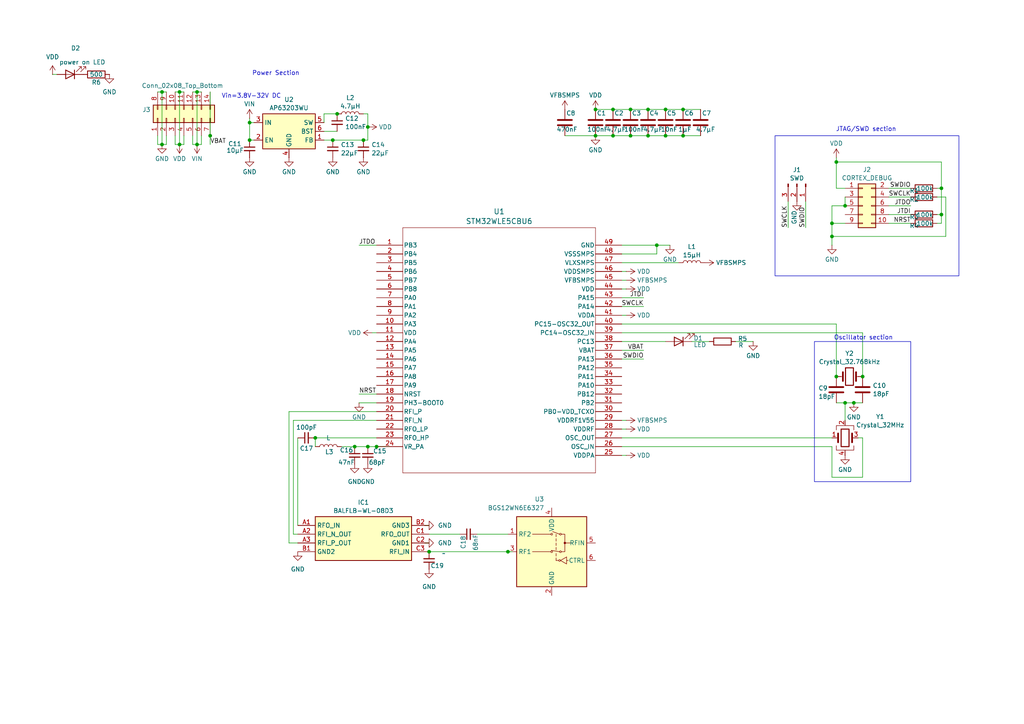
<source format=kicad_sch>
(kicad_sch (version 20231120) (generator "eeschema") (generator_version "8.0")
  (paper "A4")
  (lib_symbols
    (symbol "Connector:Conn_01x03_Pin" (pin_names (offset 1.016) hide)
      (property "Reference" "J" (at 0 5.08 0))
      (property "Value" "Conn_01x03_Pin" (at 0 -5.08 0))
      (symbol "Conn_01x03_Pin_1_1"
        (polyline (pts (xy 1.27 -2.54) (xy 0.8636 -2.54)) (stroke (width 0.1524)))
        (polyline (pts (xy 1.27 0) (xy 0.8636 0)) (stroke (width 0.1524)))
        (polyline (pts (xy 1.27 2.54) (xy 0.8636 2.54)) (stroke (width 0.1524)))
        (rectangle (start 0.8636 -2.413) (end 0 -2.667) (stroke (width 0.1524)) (fill (type outline)))
        (rectangle (start 0.8636 0.127) (end 0 -0.127) (stroke (width 0.1524)) (fill (type outline)))
        (rectangle (start 0.8636 2.667) (end 0 2.413) (stroke (width 0.1524)) (fill (type outline)))
        (pin passive line (at 5.08 2.54 180) (length 3.81) (name "Pin_1") (number "1"))
        (pin passive line (at 5.08 0 180) (length 3.81) (name "Pin_2") (number "2"))
        (pin passive line (at 5.08 -2.54 180) (length 3.81) (name "Pin_3") (number "3"))
      )
    )
    (symbol "Connector_Generic:Conn_02x05_Odd_Even" (pin_names (offset 1.016) hide)
      (property "Reference" "J" (at 1.27 7.62 0))
      (property "Value" "Conn_02x05_Odd_Even" (at 1.27 -7.62 0))
      (symbol "Conn_02x05_Odd_Even_1_1"
        (rectangle (start -1.27 -4.953) (end 0 -5.207) (stroke (width 0.1524)))
        (rectangle (start -1.27 -2.413) (end 0 -2.667) (stroke (width 0.1524)))
        (rectangle (start -1.27 0.127) (end 0 -0.127) (stroke (width 0.1524)))
        (rectangle (start -1.27 2.667) (end 0 2.413) (stroke (width 0.1524)))
        (rectangle (start -1.27 5.207) (end 0 4.953) (stroke (width 0.1524)))
        (rectangle (start -1.27 6.35) (end 3.81 -6.35) (stroke (width 0.254)) (fill (type background)))
        (rectangle (start 3.81 -4.953) (end 2.54 -5.207) (stroke (width 0.1524)))
        (rectangle (start 3.81 -2.413) (end 2.54 -2.667) (stroke (width 0.1524)))
        (rectangle (start 3.81 0.127) (end 2.54 -0.127) (stroke (width 0.1524)))
        (rectangle (start 3.81 2.667) (end 2.54 2.413) (stroke (width 0.1524)))
        (rectangle (start 3.81 5.207) (end 2.54 4.953) (stroke (width 0.1524)))
        (pin passive line (at -5.08 5.08 0) (length 3.81) (name "Pin_1") (number "1"))
        (pin passive line (at 7.62 -5.08 180) (length 3.81) (name "Pin_10") (number "10"))
        (pin passive line (at 7.62 5.08 180) (length 3.81) (name "Pin_2") (number "2"))
        (pin passive line (at -5.08 2.54 0) (length 3.81) (name "Pin_3") (number "3"))
        (pin passive line (at 7.62 2.54 180) (length 3.81) (name "Pin_4") (number "4"))
        (pin passive line (at -5.08 0 0) (length 3.81) (name "Pin_5") (number "5"))
        (pin passive line (at 7.62 0 180) (length 3.81) (name "Pin_6") (number "6"))
        (pin passive line (at -5.08 -2.54 0) (length 3.81) (name "Pin_7") (number "7"))
        (pin passive line (at 7.62 -2.54 180) (length 3.81) (name "Pin_8") (number "8"))
        (pin passive line (at -5.08 -5.08 0) (length 3.81) (name "Pin_9") (number "9"))
      )
    )
    (symbol "Connector_Generic:Conn_02x07_Top_Bottom" (pin_names (offset 1.016) hide)
      (property "Reference" "J" (at 1.27 10.16 0))
      (property "Value" "Conn_02x07_Top_Bottom" (at 1.27 -10.16 0))
      (symbol "Conn_02x07_Top_Bottom_1_1"
        (rectangle (start -1.27 -7.493) (end 0 -7.747) (stroke (width 0.1524)))
        (rectangle (start -1.27 -4.953) (end 0 -5.207) (stroke (width 0.1524)))
        (rectangle (start -1.27 -2.413) (end 0 -2.667) (stroke (width 0.1524)))
        (rectangle (start -1.27 0.127) (end 0 -0.127) (stroke (width 0.1524)))
        (rectangle (start -1.27 2.667) (end 0 2.413) (stroke (width 0.1524)))
        (rectangle (start -1.27 5.207) (end 0 4.953) (stroke (width 0.1524)))
        (rectangle (start -1.27 7.747) (end 0 7.493) (stroke (width 0.1524)))
        (rectangle (start -1.27 8.89) (end 3.81 -8.89) (stroke (width 0.254)) (fill (type background)))
        (rectangle (start 3.81 -7.493) (end 2.54 -7.747) (stroke (width 0.1524)))
        (rectangle (start 3.81 -4.953) (end 2.54 -5.207) (stroke (width 0.1524)))
        (rectangle (start 3.81 -2.413) (end 2.54 -2.667) (stroke (width 0.1524)))
        (rectangle (start 3.81 0.127) (end 2.54 -0.127) (stroke (width 0.1524)))
        (rectangle (start 3.81 2.667) (end 2.54 2.413) (stroke (width 0.1524)))
        (rectangle (start 3.81 5.207) (end 2.54 4.953) (stroke (width 0.1524)))
        (rectangle (start 3.81 7.747) (end 2.54 7.493) (stroke (width 0.1524)))
        (pin passive line (at -5.08 7.62 0) (length 3.81) (name "Pin_1") (number "1"))
        (pin passive line (at 7.62 2.54 180) (length 3.81) (name "Pin_10") (number "10"))
        (pin passive line (at 7.62 0 180) (length 3.81) (name "Pin_11") (number "11"))
        (pin passive line (at 7.62 -2.54 180) (length 3.81) (name "Pin_12") (number "12"))
        (pin passive line (at 7.62 -5.08 180) (length 3.81) (name "Pin_13") (number "13"))
        (pin passive line (at 7.62 -7.62 180) (length 3.81) (name "Pin_14") (number "14"))
        (pin passive line (at -5.08 5.08 0) (length 3.81) (name "Pin_2") (number "2"))
        (pin passive line (at -5.08 2.54 0) (length 3.81) (name "Pin_3") (number "3"))
        (pin passive line (at -5.08 0 0) (length 3.81) (name "Pin_4") (number "4"))
        (pin passive line (at -5.08 -2.54 0) (length 3.81) (name "Pin_5") (number "5"))
        (pin passive line (at -5.08 -5.08 0) (length 3.81) (name "Pin_6") (number "6"))
        (pin passive line (at -5.08 -7.62 0) (length 3.81) (name "Pin_7") (number "7"))
        (pin passive line (at 7.62 7.62 180) (length 3.81) (name "Pin_8") (number "8"))
        (pin passive line (at 7.62 5.08 180) (length 3.81) (name "Pin_9") (number "9"))
      )
    )
    (symbol "Device:C" (pin_numbers hide) (pin_names (offset 0.254))
      (property "Reference" "C" (at 0.635 2.54 0))
      (property "Value" "C" (at 0.635 -2.54 0))
      (symbol "C_0_1"
        (polyline (pts (xy -2.032 -0.762) (xy 2.032 -0.762)) (stroke (width 0.508)))
        (polyline (pts (xy -2.032 0.762) (xy 2.032 0.762)) (stroke (width 0.508)))
      )
      (symbol "C_1_1"
        (pin passive line (at 0 3.81 270) (length 2.794) (name "~") (number "1"))
        (pin passive line (at 0 -3.81 90) (length 2.794) (name "~") (number "2"))
      )
    )
    (symbol "Device:C_Small" (pin_numbers hide) (pin_names (offset 0.254) hide)
      (property "Reference" "C" (at 0.254 1.778 0))
      (property "Value" "C_Small" (at 0.254 -2.032 0))
      (symbol "C_Small_0_1"
        (polyline (pts (xy -1.524 -0.508) (xy 1.524 -0.508)) (stroke (width 0.3302)))
        (polyline (pts (xy -1.524 0.508) (xy 1.524 0.508)) (stroke (width 0.3048)))
      )
      (symbol "C_Small_1_1"
        (pin passive line (at 0 2.54 270) (length 2.032) (name "~") (number "1"))
        (pin passive line (at 0 -2.54 90) (length 2.032) (name "~") (number "2"))
      )
    )
    (symbol "Device:Crystal" (pin_numbers hide) (pin_names (offset 1.016) hide)
      (property "Reference" "Y" (at 0 3.81 0))
      (property "Value" "Crystal" (at 0 -3.81 0))
      (symbol "Crystal_0_1"
        (rectangle (start -1.143 2.54) (end 1.143 -2.54) (stroke (width 0.3048)))
        (polyline (pts (xy -2.54 0) (xy -1.905 0)))
        (polyline (pts (xy -1.905 -1.27) (xy -1.905 1.27)) (stroke (width 0.508)))
        (polyline (pts (xy 1.905 -1.27) (xy 1.905 1.27)) (stroke (width 0.508)))
        (polyline (pts (xy 2.54 0) (xy 1.905 0)))
      )
      (symbol "Crystal_1_1"
        (pin passive line (at -3.81 0 0) (length 1.27) (name "1") (number "1"))
        (pin passive line (at 3.81 0 180) (length 1.27) (name "2") (number "2"))
      )
    )
    (symbol "Device:Crystal_GND24" (pin_names (offset 1.016) hide)
      (property "Reference" "Y" (at 3.175 5.08 0))
      (property "Value" "Crystal_GND24" (at 3.175 3.175 0))
      (symbol "Crystal_GND24_0_1"
        (rectangle (start -1.143 2.54) (end 1.143 -2.54) (stroke (width 0.3048)))
        (polyline (pts (xy -2.54 0) (xy -2.032 0)))
        (polyline (pts (xy -2.032 -1.27) (xy -2.032 1.27)) (stroke (width 0.508)))
        (polyline (pts (xy 0 -3.81) (xy 0 -3.556)))
        (polyline (pts (xy 0 3.556) (xy 0 3.81)))
        (polyline (pts (xy 2.032 -1.27) (xy 2.032 1.27)) (stroke (width 0.508)))
        (polyline (pts (xy 2.032 0) (xy 2.54 0)))
        (polyline (pts (xy -2.54 -2.286) (xy -2.54 -3.556) (xy 2.54 -3.556) (xy 2.54 -2.286)))
        (polyline (pts (xy -2.54 2.286) (xy -2.54 3.556) (xy 2.54 3.556) (xy 2.54 2.286)))
      )
      (symbol "Crystal_GND24_1_1"
        (pin passive line (at -3.81 0 0) (length 1.27) (name "1") (number "1"))
        (pin passive line (at 0 5.08 270) (length 1.27) (name "2") (number "2"))
        (pin passive line (at 3.81 0 180) (length 1.27) (name "3") (number "3"))
        (pin passive line (at 0 -5.08 90) (length 1.27) (name "4") (number "4"))
      )
    )
    (symbol "Device:L" (pin_numbers hide) (pin_names (offset 1.016) hide)
      (property "Reference" "L" (at -1.27 0 90))
      (property "Value" "L" (at 1.905 0 90))
      (symbol "L_0_1"
        (arc (start 0 -2.54) (mid 0.6323 -1.905) (end 0 -1.27))
        (arc (start 0 -1.27) (mid 0.6323 -0.635) (end 0 0))
        (arc (start 0 0) (mid 0.6323 0.635) (end 0 1.27))
        (arc (start 0 1.27) (mid 0.6323 1.905) (end 0 2.54))
      )
      (symbol "L_1_1"
        (pin passive line (at 0 3.81 270) (length 1.27) (name "1") (number "1"))
        (pin passive line (at 0 -3.81 90) (length 1.27) (name "2") (number "2"))
      )
    )
    (symbol "Device:LED" (pin_numbers hide) (pin_names (offset 1.016) hide)
      (property "Reference" "D" (at 0 2.54 0))
      (property "Value" "LED" (at 0 -2.54 0))
      (symbol "LED_0_1"
        (polyline (pts (xy -1.27 -1.27) (xy -1.27 1.27)) (stroke (width 0.254)))
        (polyline (pts (xy -1.27 0) (xy 1.27 0)))
        (polyline (pts (xy 1.27 -1.27) (xy 1.27 1.27) (xy -1.27 0) (xy 1.27 -1.27)) (stroke (width 0.254)))
        (polyline (pts (xy -3.048 -0.762) (xy -4.572 -2.286) (xy -3.81 -2.286) (xy -4.572 -2.286) (xy -4.572 -1.524)))
        (polyline (pts (xy -1.778 -0.762) (xy -3.302 -2.286) (xy -2.54 -2.286) (xy -3.302 -2.286) (xy -3.302 -1.524)))
      )
      (symbol "LED_1_1"
        (pin passive line (at -3.81 0 0) (length 2.54) (name "K") (number "1"))
        (pin passive line (at 3.81 0 180) (length 2.54) (name "A") (number "2"))
      )
    )
    (symbol "Device:R" (pin_numbers hide) (pin_names (offset 0))
      (property "Reference" "R" (at 2.032 0 90))
      (property "Value" "R" (at 0 0 90))
      (symbol "R_0_1"
        (rectangle (start -1.016 -2.54) (end 1.016 2.54) (stroke (width 0.254)))
      )
      (symbol "R_1_1"
        (pin passive line (at 0 3.81 270) (length 1.27) (name "~") (number "1"))
        (pin passive line (at 0 -3.81 90) (length 1.27) (name "~") (number "2"))
      )
    )
    (symbol "Project_library:BALFLB-WL-08D3"
      (property "Reference" "IC" (at 34.29 7.62 0))
      (property "Value" "BALFLB-WL-08D3" (at 34.29 5.08 0))
      (symbol "BALFLB-WL-08D3_1_1"
        (rectangle (start 5.08 2.54) (end 33.02 -10.16) (stroke (width 0.254)) (fill (type background)))
        (pin passive line (at 0 0 0) (length 5.08) (name "RFO_IN") (number "A1"))
        (pin passive line (at 0 -2.54 0) (length 5.08) (name "RFI_N_OUT") (number "A2"))
        (pin passive line (at 0 -5.08 0) (length 5.08) (name "RFI_P_OUT") (number "A3"))
        (pin passive line (at 0 -7.62 0) (length 5.08) (name "GND2") (number "B1"))
        (pin passive line (at 38.1 0 180) (length 5.08) (name "GND3") (number "B2"))
        (pin passive line (at 38.1 -2.54 180) (length 5.08) (name "RFO_OUT") (number "C1"))
        (pin passive line (at 38.1 -5.08 180) (length 5.08) (name "GND1") (number "C2"))
        (pin passive line (at 38.1 -7.62 180) (length 5.08) (name "RFI_IN") (number "C3"))
      )
    )
    (symbol "Project_library:STM32WLE5CBU6" (pin_names (offset 0.254))
      (property "Reference" "U" (at 35.56 10.16 0))
      (property "Value" "STM32WLE5CBU6" (at 35.56 7.62 0))
      (symbol "STM32WLE5CBU6_0_1"
        (polyline (pts (xy 7.62 -66.04) (xy 63.5 -66.04)) (stroke (width 0.127)))
        (polyline (pts (xy 7.62 5.08) (xy 7.62 -66.04)) (stroke (width 0.127)))
        (polyline (pts (xy 63.5 -66.04) (xy 63.5 5.08)) (stroke (width 0.127)))
        (polyline (pts (xy 63.5 5.08) (xy 7.62 5.08)) (stroke (width 0.127)))
        (pin bidirectional line (at 0 0 0) (length 7.62) (name "PB3") (number "1"))
        (pin bidirectional line (at 0 -22.86 0) (length 7.62) (name "PA3") (number "10"))
        (pin power_in line (at 0 -25.4 0) (length 7.62) (name "VDD") (number "11"))
        (pin bidirectional line (at 0 -27.94 0) (length 7.62) (name "PA4") (number "12"))
        (pin bidirectional line (at 0 -30.48 0) (length 7.62) (name "PA5") (number "13"))
        (pin bidirectional line (at 0 -33.02 0) (length 7.62) (name "PA6") (number "14"))
        (pin bidirectional line (at 0 -35.56 0) (length 7.62) (name "PA7") (number "15"))
        (pin bidirectional line (at 0 -38.1 0) (length 7.62) (name "PA8") (number "16"))
        (pin bidirectional line (at 0 -40.64 0) (length 7.62) (name "PA9") (number "17"))
        (pin bidirectional line (at 0 -43.18 0) (length 7.62) (name "NRST") (number "18"))
        (pin bidirectional line (at 0 -45.72 0) (length 7.62) (name "PH3-BOOT0") (number "19"))
        (pin bidirectional line (at 0 -2.54 0) (length 7.62) (name "PB4") (number "2"))
        (pin input line (at 0 -48.26 0) (length 7.62) (name "RFI_P") (number "20"))
        (pin input line (at 0 -50.8 0) (length 7.62) (name "RFI_N") (number "21"))
        (pin output line (at 0 -53.34 0) (length 7.62) (name "RFO_LP") (number "22"))
        (pin output line (at 0 -55.88 0) (length 7.62) (name "RFO_HP") (number "23"))
        (pin power_in line (at 0 -58.42 0) (length 7.62) (name "VR_PA") (number "24"))
        (pin power_in line (at 71.12 -60.96 180) (length 7.62) (name "VDDPA") (number "25"))
        (pin input line (at 71.12 -58.42 180) (length 7.62) (name "OSC_IN") (number "26"))
        (pin output line (at 71.12 -55.88 180) (length 7.62) (name "OSC_OUT") (number "27"))
        (pin power_in line (at 71.12 -53.34 180) (length 7.62) (name "VDDRF") (number "28"))
        (pin power_in line (at 71.12 -50.8 180) (length 7.62) (name "VDDRF1V55") (number "29"))
        (pin bidirectional line (at 0 -5.08 0) (length 7.62) (name "PB5") (number "3"))
        (pin power_in line (at 71.12 -48.26 180) (length 7.62) (name "PB0-VDD_TCXO") (number "30"))
        (pin bidirectional line (at 71.12 -45.72 180) (length 7.62) (name "PB2") (number "31"))
        (pin bidirectional line (at 71.12 -43.18 180) (length 7.62) (name "PB12") (number "32"))
        (pin bidirectional line (at 71.12 -40.64 180) (length 7.62) (name "PA10") (number "33"))
        (pin bidirectional line (at 71.12 -38.1 180) (length 7.62) (name "PA11") (number "34"))
        (pin bidirectional line (at 71.12 -35.56 180) (length 7.62) (name "PA12") (number "35"))
        (pin bidirectional line (at 71.12 -33.02 180) (length 7.62) (name "PA13") (number "36"))
        (pin power_in line (at 71.12 -30.48 180) (length 7.62) (name "VBAT") (number "37"))
        (pin bidirectional line (at 71.12 -27.94 180) (length 7.62) (name "PC13") (number "38"))
        (pin bidirectional line (at 71.12 -25.4 180) (length 7.62) (name "PC14-OSC32_IN") (number "39"))
        (pin bidirectional line (at 0 -7.62 0) (length 7.62) (name "PB6") (number "4"))
        (pin bidirectional line (at 71.12 -22.86 180) (length 7.62) (name "PC15-OSC32_OUT") (number "40"))
        (pin power_in line (at 71.12 -20.32 180) (length 7.62) (name "VDDA") (number "41"))
        (pin bidirectional line (at 71.12 -17.78 180) (length 7.62) (name "PA14") (number "42"))
        (pin bidirectional line (at 71.12 -15.24 180) (length 7.62) (name "PA15") (number "43"))
        (pin power_in line (at 71.12 -12.7 180) (length 7.62) (name "VDD") (number "44"))
        (pin power_in line (at 71.12 -10.16 180) (length 7.62) (name "VFBSMPS") (number "45"))
        (pin power_in line (at 71.12 -7.62 180) (length 7.62) (name "VDDSMPS") (number "46"))
        (pin power_in line (at 71.12 -5.08 180) (length 7.62) (name "VLXSMPS") (number "47"))
        (pin power_out line (at 71.12 -2.54 180) (length 7.62) (name "VSSSMPS") (number "48"))
        (pin power_out line (at 71.12 0 180) (length 7.62) (name "GND") (number "49"))
        (pin bidirectional line (at 0 -10.16 0) (length 7.62) (name "PB7") (number "5"))
        (pin bidirectional line (at 0 -12.7 0) (length 7.62) (name "PB8") (number "6"))
        (pin bidirectional line (at 0 -15.24 0) (length 7.62) (name "PA0") (number "7"))
        (pin bidirectional line (at 0 -17.78 0) (length 7.62) (name "PA1") (number "8"))
        (pin bidirectional line (at 0 -20.32 0) (length 7.62) (name "PA2") (number "9"))
      )
    )
    (symbol "RF_Switch:BGS12WN6E6327"
      (property "Reference" "U" (at -10.16 11.43 0))
      (property "Value" "BGS12WN6E6327" (at 1.27 11.43 0))
      (symbol "BGS12WN6E6327_0_0"
        (rectangle (start -10.16 10.16) (end 10.16 -10.16) (stroke (width 0.254)) (fill (type background)))
        (circle (center -3.81 2.54) (radius 0.254) (fill (type outline)))
        (circle (center -2.286 -2.54) (radius 0.254))
        (polyline (pts (xy -4.318 -2.54) (xy -4.826 -2.54)))
        (polyline (pts (xy -3.81 2.54) (xy -5.588 2.54)))
        (polyline (pts (xy -1.27 -2.54) (xy -2.032 -2.54)))
        (polyline (pts (xy -1.27 -2.54) (xy -1.27 -1.778)))
        (polyline (pts (xy -1.27 -1.27) (xy -1.27 -0.508)))
        (polyline (pts (xy -1.27 1.27) (xy -1.27 0.508)))
        (polyline (pts (xy -1.27 2.54) (xy -1.27 1.778)))
        (polyline (pts (xy -1.27 3.81) (xy -1.27 3.048)))
        (polyline (pts (xy -1.27 5.08) (xy -1.27 4.318)))
        (polyline (pts (xy 0.254 0) (xy 5.588 0)))
        (polyline (pts (xy 0.254 5.08) (xy 5.588 5.08)))
        (polyline (pts (xy -4.318 -1.524) (xy -4.318 -3.556) (xy -2.54 -2.54) (xy -4.318 -1.524)))
        (polyline (pts (xy -2.794 0) (xy -3.81 0) (xy -3.81 5.08) (xy -2.794 5.08)))
      )
      (symbol "BGS12WN6E6327_0_1"
        (circle (center -2.54 0) (radius 0.254))
        (circle (center -2.54 5.08) (radius 0.254))
        (polyline (pts (xy -2.286 0) (xy 0.127 0.381)))
        (polyline (pts (xy -2.286 5.08) (xy -0.254 5.842)))
        (circle (center 0 0) (radius 0.254))
        (circle (center 0 5.08) (radius 0.254))
      )
      (symbol "BGS12WN6E6327_1_1"
        (pin passive line (at 12.7 5.08 180) (length 2.54) (name "RF2") (number "1"))
        (pin power_in line (at 0 -12.7 90) (length 2.54) (name "GND") (number "2"))
        (pin passive line (at 12.7 0 180) (length 2.54) (name "RF1") (number "3"))
        (pin power_in line (at 0 12.7 270) (length 2.54) (name "VDD") (number "4"))
        (pin passive line (at -12.7 2.54 0) (length 2.54) (name "RFIN") (number "5"))
        (pin input line (at -12.7 -2.54 0) (length 2.54) (name "CTRL") (number "6"))
      )
    )
    (symbol "Regulator_Switching:AP63203WU"
      (property "Reference" "U" (at -7.62 6.35 0))
      (property "Value" "AP63203WU" (at 2.54 6.35 0))
      (symbol "AP63203WU_0_1"
        (rectangle (start -7.62 5.08) (end 7.62 -5.08) (stroke (width 0.254)) (fill (type background)))
      )
      (symbol "AP63203WU_1_1"
        (pin input line (at 10.16 -2.54 180) (length 2.54) (name "FB") (number "1"))
        (pin input line (at -10.16 -2.54 0) (length 2.54) (name "EN") (number "2"))
        (pin power_in line (at -10.16 2.54 0) (length 2.54) (name "IN") (number "3"))
        (pin power_in line (at 0 -7.62 90) (length 2.54) (name "GND") (number "4"))
        (pin output line (at 10.16 2.54 180) (length 2.54) (name "SW") (number "5"))
        (pin passive line (at 10.16 0 180) (length 2.54) (name "BST") (number "6"))
      )
    )
    (symbol "power:+1V5" (power) (pin_numbers hide) (pin_names (offset 0) hide)
      (property "Value" "+1V5" (at 0 3.556 0))
      (symbol "+1V5_0_1"
        (polyline (pts (xy -0.762 1.27) (xy 0 2.54)))
        (polyline (pts (xy 0 0) (xy 0 2.54)))
        (polyline (pts (xy 0 2.54) (xy 0.762 1.27)))
      )
      (symbol "+1V5_1_1"
        (pin power_in line (at 0 0 90) (length 0) (name "~") (number "1"))
      )
    )
    (symbol "power:+5V" (power) (pin_numbers hide) (pin_names (offset 0) hide)
      (property "Value" "+5V" (at 0 3.556 0))
      (symbol "+5V_0_1"
        (polyline (pts (xy -0.762 1.27) (xy 0 2.54)))
        (polyline (pts (xy 0 0) (xy 0 2.54)))
        (polyline (pts (xy 0 2.54) (xy 0.762 1.27)))
      )
      (symbol "+5V_1_1"
        (pin power_in line (at 0 0 90) (length 0) (name "~") (number "1"))
      )
    )
    (symbol "power:GND" (power) (pin_numbers hide) (pin_names (offset 0) hide)
      (property "Value" "GND" (at 0 -3.81 0))
      (symbol "GND_0_1"
        (polyline (pts (xy 0 0) (xy 0 -1.27) (xy 1.27 -1.27) (xy 0 -2.54) (xy -1.27 -1.27) (xy 0 -1.27)))
      )
      (symbol "GND_1_1"
        (pin power_in line (at 0 0 270) (length 0) (name "~") (number "1"))
      )
    )
    (symbol "power:VDD" (power) (pin_numbers hide) (pin_names (offset 0) hide)
      (property "Value" "VDD" (at 0 3.556 0))
      (symbol "VDD_0_1"
        (polyline (pts (xy -0.762 1.27) (xy 0 2.54)))
        (polyline (pts (xy 0 0) (xy 0 2.54)))
        (polyline (pts (xy 0 2.54) (xy 0.762 1.27)))
      )
      (symbol "VDD_1_1"
        (pin power_in line (at 0 0 90) (length 0) (name "~") (number "1"))
      )
    )
  )
  (junction (at 250.19 109.22))
  (junction (at 106.68 36.83))
  (junction (at 105.41 40.64))
  (junction (at 193.04 39.37))
  (junction (at 52.07 26.67))
  (junction (at 187.96 31.75))
  (junction (at 109.22 129.54))
  (junction (at 241.3 68.58))
  (junction (at 242.57 109.22))
  (junction (at 97.79 33.02))
  (junction (at 172.72 39.37))
  (junction (at 46.99 41.91))
  (junction (at 124.46 160.02))
  (junction (at 190.5 71.12))
  (junction (at 60.96 39.37))
  (junction (at 187.96 39.37))
  (junction (at 96.52 40.64))
  (junction (at 245.11 116.84))
  (junction (at 52.07 41.91))
  (junction (at 273.05 54.61))
  (junction (at 172.72 31.75))
  (junction (at 198.12 31.75))
  (junction (at 57.15 26.67))
  (junction (at 46.99 26.67))
  (junction (at 91.44 127))
  (junction (at 177.8 39.37))
  (junction (at 182.88 31.75))
  (junction (at 72.39 40.64))
  (junction (at 245.11 59.69))
  (junction (at 193.04 31.75))
  (junction (at 242.57 46.99))
  (junction (at 106.68 129.54))
  (junction (at 198.12 39.37))
  (junction (at 57.15 41.91))
  (junction (at 247.65 116.84))
  (junction (at 72.39 35.56))
  (junction (at 177.8 31.75))
  (junction (at 147.32 160.02))
  (junction (at 102.87 129.54))
  (junction (at 273.05 62.23))
  (junction (at 182.88 39.37))
  (junction (at 241.3 64.77))
  (wire (pts (xy 172.72 39.37) (xy 177.8 39.37)))
  (wire (pts (xy 104.14 116.84) (xy 109.22 116.84)))
  (wire (pts (xy 180.34 127) (xy 241.3 127)))
  (wire (pts (xy 93.98 40.64) (xy 96.52 40.64)))
  (wire (pts (xy 180.34 124.46) (xy 181.61 124.46)))
  (wire (pts (xy 106.68 33.02) (xy 105.41 33.02)))
  (wire (pts (xy 50.8 39.37) (xy 50.8 41.91)))
  (wire (pts (xy 52.07 26.67) (xy 53.34 26.67)))
  (wire (pts (xy 124.46 157.48) (xy 123.19 157.48)))
  (wire (pts (xy 106.68 129.54) (xy 109.22 129.54)))
  (wire (pts (xy 180.34 73.66) (xy 190.5 73.66)))
  (wire (pts (xy 180.34 78.74) (xy 181.61 78.74)))
  (wire (pts (xy 93.98 33.02) (xy 97.79 33.02)))
  (wire (pts (xy 177.8 39.37) (xy 182.88 39.37)))
  (wire (pts (xy 180.34 99.06) (xy 193.04 99.06)))
  (wire (pts (xy 242.57 46.99) (xy 242.57 54.61)))
  (wire (pts (xy 233.68 58.42) (xy 233.68 66.04)))
  (wire (pts (xy 180.34 96.52) (xy 250.19 96.52)))
  (wire (pts (xy 242.57 46.99) (xy 273.05 46.99)))
  (wire (pts (xy 241.3 138.43) (xy 250.19 138.43)))
  (wire (pts (xy 271.78 64.77) (xy 273.05 64.77)))
  (wire (pts (xy 213.36 99.06) (xy 218.44 99.06)))
  (wire (pts (xy 138.43 154.94) (xy 147.32 154.94)))
  (wire (pts (xy 93.98 35.56) (xy 93.98 33.02)))
  (wire (pts (xy 273.05 62.23) (xy 273.05 64.77)))
  (wire (pts (xy 58.42 41.91) (xy 57.15 41.91)))
  (wire (pts (xy 55.88 41.91) (xy 57.15 41.91)))
  (wire (pts (xy 45.72 39.37) (xy 45.72 41.91)))
  (wire (pts (xy 105.41 40.64) (xy 106.68 40.64)))
  (wire (pts (xy 72.39 35.56) (xy 72.39 40.64)))
  (wire (pts (xy 172.72 31.75) (xy 177.8 31.75)))
  (wire (pts (xy 15.24 21.59) (xy 16.51 21.59)))
  (wire (pts (xy 55.88 39.37) (xy 55.88 41.91)))
  (wire (pts (xy 86.36 127) (xy 86.36 152.4)))
  (wire (pts (xy 50.8 41.91) (xy 52.07 41.91)))
  (wire (pts (xy 109.22 127) (xy 91.44 127)))
  (wire (pts (xy 177.8 31.75) (xy 182.88 31.75)))
  (wire (pts (xy 271.78 54.61) (xy 273.05 54.61)))
  (wire (pts (xy 271.78 62.23) (xy 273.05 62.23)))
  (wire (pts (xy 106.68 36.83) (xy 106.68 33.02)))
  (wire (pts (xy 190.5 71.12) (xy 194.31 71.12)))
  (wire (pts (xy 46.99 26.67) (xy 48.26 26.67)))
  (wire (pts (xy 250.19 127) (xy 248.92 127)))
  (wire (pts (xy 52.07 26.67) (xy 52.07 41.91)))
  (wire (pts (xy 163.83 39.37) (xy 172.72 39.37)))
  (wire (pts (xy 124.46 154.94) (xy 133.35 154.94)))
  (wire (pts (xy 250.19 96.52) (xy 250.19 109.22)))
  (wire (pts (xy 193.04 31.75) (xy 198.12 31.75)))
  (wire (pts (xy 250.19 138.43) (xy 250.19 127)))
  (wire (pts (xy 113.03 129.54) (xy 109.22 129.54)))
  (wire (pts (xy 180.34 83.82) (xy 181.61 83.82)))
  (wire (pts (xy 45.72 41.91) (xy 46.99 41.91)))
  (wire (pts (xy 50.8 26.67) (xy 52.07 26.67)))
  (wire (pts (xy 53.34 39.37) (xy 53.34 41.91)))
  (wire (pts (xy 257.81 54.61) (xy 264.16 54.61)))
  (wire (pts (xy 257.81 64.77) (xy 264.16 64.77)))
  (wire (pts (xy 96.52 40.64) (xy 105.41 40.64)))
  (wire (pts (xy 200.66 99.06) (xy 205.74 99.06)))
  (wire (pts (xy 241.3 59.69) (xy 245.11 59.69)))
  (wire (pts (xy 241.3 59.69) (xy 241.3 64.77)))
  (wire (pts (xy 193.04 39.37) (xy 198.12 39.37)))
  (wire (pts (xy 245.11 116.84) (xy 247.65 116.84)))
  (wire (pts (xy 228.6 58.42) (xy 228.6 66.04)))
  (wire (pts (xy 257.81 57.15) (xy 264.16 57.15)))
  (wire (pts (xy 180.34 76.2) (xy 196.85 76.2)))
  (wire (pts (xy 180.34 101.6) (xy 186.69 101.6)))
  (wire (pts (xy 106.68 40.64) (xy 106.68 36.83)))
  (wire (pts (xy 180.34 71.12) (xy 190.5 71.12)))
  (wire (pts (xy 45.72 26.67) (xy 46.99 26.67)))
  (wire (pts (xy 147.32 160.02) (xy 148.59 160.02)))
  (wire (pts (xy 60.96 39.37) (xy 60.96 41.91)))
  (wire (pts (xy 274.32 57.15) (xy 274.32 68.58)))
  (wire (pts (xy 53.34 41.91) (xy 52.07 41.91)))
  (wire (pts (xy 180.34 121.92) (xy 181.61 121.92)))
  (wire (pts (xy 48.26 41.91) (xy 46.99 41.91)))
  (wire (pts (xy 198.12 39.37) (xy 203.2 39.37)))
  (wire (pts (xy 109.22 121.92) (xy 85.09 121.92)))
  (wire (pts (xy 242.57 116.84) (xy 245.11 116.84)))
  (wire (pts (xy 57.15 26.67) (xy 57.15 41.91)))
  (wire (pts (xy 241.3 129.54) (xy 241.3 138.43)))
  (wire (pts (xy 107.95 96.52) (xy 109.22 96.52)))
  (wire (pts (xy 57.15 26.67) (xy 58.42 26.67)))
  (wire (pts (xy 93.98 38.1) (xy 97.79 38.1)))
  (wire (pts (xy 242.57 93.98) (xy 242.57 109.22)))
  (wire (pts (xy 83.82 157.48) (xy 83.82 119.38)))
  (wire (pts (xy 73.66 35.56) (xy 72.39 35.56)))
  (wire (pts (xy 245.11 64.77) (xy 241.3 64.77)))
  (wire (pts (xy 241.3 68.58) (xy 241.3 71.12)))
  (wire (pts (xy 55.88 26.67) (xy 57.15 26.67)))
  (wire (pts (xy 104.14 114.3) (xy 109.22 114.3)))
  (wire (pts (xy 58.42 39.37) (xy 58.42 41.91)))
  (wire (pts (xy 180.34 88.9) (xy 186.69 88.9)))
  (wire (pts (xy 72.39 40.64) (xy 73.66 40.64)))
  (wire (pts (xy 241.3 68.58) (xy 274.32 68.58)))
  (wire (pts (xy 273.05 54.61) (xy 273.05 62.23)))
  (wire (pts (xy 124.46 152.4) (xy 123.19 152.4)))
  (wire (pts (xy 271.78 57.15) (xy 274.32 57.15)))
  (wire (pts (xy 242.57 54.61) (xy 245.11 54.61)))
  (wire (pts (xy 187.96 39.37) (xy 193.04 39.37)))
  (wire (pts (xy 180.34 104.14) (xy 186.69 104.14)))
  (wire (pts (xy 102.87 129.54) (xy 106.68 129.54)))
  (wire (pts (xy 182.88 39.37) (xy 187.96 39.37)))
  (wire (pts (xy 72.39 34.29) (xy 72.39 35.56)))
  (wire (pts (xy 180.34 81.28) (xy 181.61 81.28)))
  (wire (pts (xy 180.34 132.08) (xy 181.61 132.08)))
  (wire (pts (xy 187.96 31.75) (xy 193.04 31.75)))
  (wire (pts (xy 60.96 26.67) (xy 60.96 39.37)))
  (wire (pts (xy 257.81 59.69) (xy 264.16 59.69)))
  (wire (pts (xy 124.46 160.02) (xy 147.32 160.02)))
  (wire (pts (xy 273.05 54.61) (xy 273.05 46.99)))
  (wire (pts (xy 85.09 154.94) (xy 86.36 154.94)))
  (wire (pts (xy 180.34 91.44) (xy 181.61 91.44)))
  (wire (pts (xy 180.34 93.98) (xy 242.57 93.98)))
  (wire (pts (xy 245.11 121.92) (xy 245.11 116.84)))
  (wire (pts (xy 104.14 71.12) (xy 109.22 71.12)))
  (wire (pts (xy 190.5 73.66) (xy 190.5 71.12)))
  (wire (pts (xy 247.65 116.84) (xy 250.19 116.84)))
  (wire (pts (xy 242.57 45.72) (xy 242.57 46.99)))
  (wire (pts (xy 257.81 62.23) (xy 264.16 62.23)))
  (wire (pts (xy 180.34 86.36) (xy 186.69 86.36)))
  (wire (pts (xy 180.34 129.54) (xy 241.3 129.54)))
  (wire (pts (xy 102.87 129.54) (xy 99.06 129.54)))
  (wire (pts (xy 198.12 31.75) (xy 203.2 31.75)))
  (wire (pts (xy 48.26 39.37) (xy 48.26 41.91)))
  (wire (pts (xy 46.99 26.67) (xy 46.99 41.91)))
  (wire (pts (xy 91.44 127) (xy 91.44 129.54)))
  (wire (pts (xy 241.3 64.77) (xy 241.3 68.58)))
  (wire (pts (xy 85.09 121.92) (xy 85.09 154.94)))
  (wire (pts (xy 83.82 119.38) (xy 109.22 119.38)))
  (wire (pts (xy 86.36 157.48) (xy 83.82 157.48)))
  (wire (pts (xy 245.11 57.15) (xy 245.11 59.69)))
  (wire (pts (xy 182.88 31.75) (xy 187.96 31.75)))
  (rectangle (start 236.22 99.06) (end 264.16 139.7))
  (rectangle (start 224.79 39.37) (end 278.13 80.01))
  (text "Vin=3.8V-32V DC" (at 72.898 27.94 0) (effects (font (size 1.27 1.27))))
  (text "Power Section" (at 80.01 21.336 0) (effects (font (size 1.27 1.27))))
  (text "JTAG/SWD section" (at 251.206 37.592 0) (effects (font (size 1.27 1.27))))
  (text "Oscillator section" (at 250.444 98.044 0) (effects (font (size 1.27 1.27))))
  (label "SWDIO" (at 186.69 104.14 180))
  (label "JTDO" (at 264.16 59.69 180))
  (label "SWCLK" (at 186.69 88.9 180))
  (label "JTDI" (at 186.69 86.36 180))
  (label "JTDO" (at 104.14 71.12 0))
  (label "JTDI" (at 264.16 62.23 180))
  (label "SWDIO" (at 264.16 54.61 180))
  (label "SWDIO" (at 233.68 66.04 90))
  (label "VBAT" (at 186.69 101.6 180))
  (label "SWCLK" (at 228.6 66.04 90))
  (label "SWCLK" (at 264.16 57.15 180))
  (label "NRST" (at 264.16 64.77 180))
  (label "VBAT" (at 60.96 41.91 0))
  (label "NRST" (at 104.14 114.3 0))
  (symbol (lib_id "power:GND") (at 102.87 134.62 0) (unit 1)
    (property "Reference" "#PWR033" (effects (hide yes)))
    (property "Value" "GND" (at 102.87 139.7 0))
    (property "Description" "Power symbol creates a global label with name \"GND\" , ground" (effects (hide yes)))
  )
  (symbol (lib_id "Device:C") (at 198.12 35.56 0) (unit 1)
    (property "Reference" "C6" (at 198.501 32.8238 0) (effects (justify left)))
    (property "Value" "1µF" (at 196.723 37.5341 0) (effects (justify left)))
    (property "Footprint" "Capacitor_SMD:C_0603_1608Metric" (effects (hide yes)))
    (property "Description" "Unpolarized capacitor" (effects (hide yes)))
  )
  (symbol (lib_id "Device:C") (at 163.83 35.56 0) (unit 1)
    (property "Reference" "C8" (at 164.211 32.8238 0) (effects (justify left)))
    (property "Value" "470nF" (at 161.417 37.5341 0) (effects (justify left)))
    (property "Footprint" "Capacitor_SMD:C_0603_1608Metric" (effects (hide yes)))
    (property "Description" "Unpolarized capacitor" (effects (hide yes)))
  )
  (symbol (lib_id "Device:R") (at 27.94 21.59 90) (unit 1)
    (property "Reference" "R6" (at 27.94 23.876 90))
    (property "Value" "500" (at 27.94 21.59 90))
    (property "Footprint" "Resistor_SMD:R_0603_1608Metric" (effects (hide yes)))
    (property "Description" "Resistor" (effects (hide yes)))
  )
  (symbol (lib_id "Device:C") (at 172.72 35.56 0) (unit 1)
    (property "Reference" "C1" (at 173.101 32.8238 0) (effects (justify left)))
    (property "Value" "100nF" (at 170.307 37.5341 0) (effects (justify left)))
    (property "Footprint" "Capacitor_SMD:C_0603_1608Metric" (effects (hide yes)))
    (property "Description" "Unpolarized capacitor" (effects (hide yes)))
  )
  (symbol (lib_id "Device:C_Small") (at 72.39 43.18 0) (unit 1)
    (property "Reference" "C11" (at 66.167 41.7138 0) (effects (justify left)))
    (property "Value" "10µF" (at 65.659 43.6301 0) (effects (justify left)))
    (property "Footprint" "Capacitor_SMD:C_0603_1608Metric" (effects (hide yes)))
    (property "Description" "Unpolarized capacitor, small symbol" (effects (hide yes)))
  )
  (symbol (lib_id "Project_library:BALFLB-WL-08D3") (at 86.36 152.4 0) (unit 1)
    (property "Reference" "IC1" (at 105.41 145.7155 0))
    (property "Value" "BALFLB-WL-08D3" (at 105.41 148.1398 0))
    (property "Footprint" "BALFLBWL08D3" (effects (hide yes)))
    (property "Datasheet" "https://www.st.com/resource/en/datasheet/balflb-wl-08d3.pdf" (effects (hide yes)))
    (property "Description" "balun,filtering and matching of STM32WL 17dbm 490Mhz , QFN package 4 layers pcb" (effects (hide yes)))
    (property "Height" "0.68" (effects (hide yes)))
    (property "Manufacturer_Name" "STMicroelectronics" (effects (hide yes)))
    (property "Manufacturer_Part_Number" "BALFLB-WL-08D3" (effects (hide yes)))
  )
  (symbol (lib_id "Device:C") (at 203.2 35.56 0) (unit 1)
    (property "Reference" "C7" (at 203.581 32.8238 0) (effects (justify left)))
    (property "Value" "4.7µF" (at 201.803 37.5341 0) (effects (justify left)))
    (property "Footprint" "Capacitor_SMD:C_0603_1608Metric" (effects (hide yes)))
    (property "Description" "Unpolarized capacitor" (effects (hide yes)))
  )
  (symbol (lib_id "Device:C") (at 242.57 113.03 0) (unit 1)
    (property "Reference" "C9" (at 237.363 112.5798 0) (effects (justify left)))
    (property "Value" "18pF" (at 237.363 115.0041 0) (effects (justify left)))
    (property "Footprint" "Capacitor_SMD:C_0603_1608Metric" (effects (hide yes)))
    (property "Description" "Unpolarized capacitor" (effects (hide yes)))
  )
  (symbol (lib_id "Device:R") (at 209.55 99.06 90) (unit 1)
    (property "Reference" "R5" (at 215.392 98.2175 90))
    (property "Value" "R" (at 214.884 100.1338 90))
    (property "Footprint" "Resistor_SMD:R_0603_1608Metric" (effects (hide yes)))
    (property "Description" "Resistor" (effects (hide yes)))
  )
  (symbol (lib_id "power:GND") (at 218.44 99.06 0) (unit 1)
    (property "Reference" "#PWR020" (effects (hide yes)))
    (property "Value" "GND" (at 218.44 103.1931 0))
    (property "Description" "Power symbol creates a global label with name \"GND\" , ground" (effects (hide yes)))
  )
  (symbol (lib_id "power:GND") (at 124.46 165.1 0) (unit 1)
    (property "Reference" "#PWR037" (effects (hide yes)))
    (property "Value" "GND" (at 124.46 170.18 0))
    (property "Description" "Power symbol creates a global label with name \"GND\" , ground" (effects (hide yes)))
  )
  (symbol (lib_id "Device:C") (at 250.19 113.03 0) (unit 1)
    (property "Reference" "C10" (at 253.111 111.8178 0) (effects (justify left)))
    (property "Value" "18pF" (at 253.111 114.2421 0) (effects (justify left)))
    (property "Footprint" "Capacitor_SMD:C_0603_1608Metric" (effects (hide yes)))
    (property "Description" "Unpolarized capacitor" (effects (hide yes)))
  )
  (symbol (lib_id "Connector_Generic:Conn_02x07_Top_Bottom") (at 53.34 34.29 90) (unit 1)
    (property "Reference" "J3" (at 43.688 31.8078 90) (effects (justify left)))
    (property "Value" "Conn_02x08_Top_Bottom" (at 64.77 24.8341 90) (effects (justify left)))
    (property "Footprint" "Connector_PinHeader_2.54mm:PinHeader_2x07_P2.54mm_Vertical" (effects (hide yes)))
    (property "Description" "Generic connector, double row, 02x07, top/bottom pin numbering scheme (row 1: 1...pins_per_row, row2: pins_per_row+1 ... num_pins), script generated (kicad-library-utils/schlib/autogen/connector/)" (effects (hide yes)))
  )
  (symbol (lib_id "Device:C_Small") (at 105.41 43.18 0) (unit 1)
    (property "Reference" "C14" (at 107.7341 41.9741 0) (effects (justify left)))
    (property "Value" "22µF" (at 107.7341 44.3984 0) (effects (justify left)))
    (property "Footprint" "Capacitor_SMD:C_0603_1608Metric" (effects (hide yes)))
    (property "Description" "Unpolarized capacitor, small symbol" (effects (hide yes)))
  )
  (symbol (lib_id "power:+1V5") (at 181.61 81.28 270) (unit 1)
    (property "Reference" "#PWR010" (effects (hide yes)))
    (property "Value" "VFBSMPS" (at 184.785 81.28 90) (effects (justify left)))
    (property "Description" "Power symbol creates a global label with name \"+1V5\"" (effects (hide yes)))
  )
  (symbol (lib_id "power:GND") (at 194.31 71.12 0) (unit 1)
    (property "Reference" "#PWR01" (effects (hide yes)))
    (property "Value" "GND" (at 194.31 75.2531 0))
    (property "Description" "Power symbol creates a global label with name \"GND\" , ground" (effects (hide yes)))
  )
  (symbol (lib_id "power:+1V5") (at 204.47 76.2 270) (unit 1)
    (property "Reference" "#PWR017" (effects (hide yes)))
    (property "Value" "VFBSMPS" (at 207.645 76.2 90) (effects (justify left)))
    (property "Description" "Power symbol creates a global label with name \"+1V5\"" (effects (hide yes)))
  )
  (symbol (lib_id "Device:R") (at 267.97 57.15 90) (unit 1)
    (property "Reference" "R2" (at 265.176 57.8315 90))
    (property "Value" "100k" (at 268.224 57.2078 90))
    (property "Footprint" "Resistor_SMD:R_0603_1608Metric" (effects (hide yes)))
    (property "Description" "Resistor" (effects (hide yes)))
  )
  (symbol (lib_id "Device:C_Small") (at 124.46 162.56 180) (unit 1)
    (property "Reference" "C19" (at 128.778 164.084 0) (effects (justify left)))
    (property "Value" "~" (at 129.286 160.528 0) (effects (justify left)))
    (property "Description" "Unpolarized capacitor, small symbol" (effects (hide yes)))
  )
  (symbol (lib_id "Device:C") (at 187.96 35.56 0) (unit 1)
    (property "Reference" "C4" (at 188.341 32.8238 0) (effects (justify left)))
    (property "Value" "4.7µF" (at 186.563 37.5341 0) (effects (justify left)))
    (property "Footprint" "Capacitor_SMD:C_0603_1608Metric" (effects (hide yes)))
    (property "Description" "Unpolarized capacitor" (effects (hide yes)))
  )
  (symbol (lib_id "power:+5V") (at 57.15 41.91 180) (unit 1)
    (property "Reference" "#PWR023" (effects (hide yes)))
    (property "Value" "VIN" (at 57.15 46.0431 0))
    (property "Description" "Power symbol creates a global label with name \"+5V\"" (effects (hide yes)))
  )
  (symbol (lib_id "power:VDD") (at 172.72 31.75 0) (unit 1)
    (property "Reference" "#PWR014" (effects (hide yes)))
    (property "Value" "VDD" (at 172.72 27.6169 0))
    (property "Description" "Power symbol creates a global label with name \"VDD\"" (effects (hide yes)))
  )
  (symbol (lib_id "power:GND") (at 86.36 160.02 0) (unit 1)
    (property "Reference" "#PWR036" (effects (hide yes)))
    (property "Value" "GND" (at 86.36 165.1 0))
    (property "Description" "Power symbol creates a global label with name \"GND\" , ground" (effects (hide yes)))
  )
  (symbol (lib_id "power:VDD") (at 106.68 36.83 270) (unit 1)
    (property "Reference" "#PWR029" (effects (hide yes)))
    (property "Value" "VDD" (at 109.855 36.83 90) (effects (justify left)))
    (property "Description" "Power symbol creates a global label with name \"VDD\"" (effects (hide yes)))
  )
  (symbol (lib_id "Device:C_Small") (at 97.79 35.56 0) (unit 1)
    (property "Reference" "C12" (at 100.1141 34.3541 0) (effects (justify left)))
    (property "Value" "100nF" (at 100.1141 36.7784 0) (effects (justify left)))
    (property "Footprint" "Capacitor_SMD:C_0603_1608Metric" (effects (hide yes)))
    (property "Description" "Unpolarized capacitor, small symbol" (effects (hide yes)))
  )
  (symbol (lib_id "power:VDD") (at 181.61 91.44 270) (unit 1)
    (property "Reference" "#PWR07" (effects (hide yes)))
    (property "Value" "VDD" (at 184.785 91.44 90) (effects (justify left)))
    (property "Description" "Power symbol creates a global label with name \"VDD\"" (effects (hide yes)))
  )
  (symbol (lib_id "Regulator_Switching:AP63203WU") (at 83.82 38.1 0) (unit 1)
    (property "Reference" "U2" (at 83.82 28.8755 0))
    (property "Value" "AP63203WU" (at 83.82 31.2998 0))
    (property "Footprint" "Package_TO_SOT_SMD:TSOT-23-6" (effects (hide yes)))
    (property "Datasheet" "https://www.diodes.com/assets/Datasheets/AP63200-AP63201-AP63203-AP63205.pdf" (effects (hide yes)))
    (property "Description" "2A, 1.1MHz Buck DC/DC Converter, fixed 3.3V output voltage, TSOT-23-6" (effects (hide yes)))
  )
  (symbol (lib_id "power:GND") (at 46.99 41.91 0) (unit 1)
    (property "Reference" "#PWR021" (effects (hide yes)))
    (property "Value" "GND" (at 46.99 46.0431 0))
    (property "Description" "Power symbol creates a global label with name \"GND\" , ground" (effects (hide yes)))
  )
  (symbol (lib_id "power:VDD") (at 181.61 78.74 270) (unit 1)
    (property "Reference" "#PWR06" (effects (hide yes)))
    (property "Value" "VDD" (at 184.785 78.74 90) (effects (justify left)))
    (property "Description" "Power symbol creates a global label with name \"VDD\"" (effects (hide yes)))
  )
  (symbol (lib_id "Device:L") (at 200.66 76.2 90) (unit 1)
    (property "Reference" "L1" (at 200.66 71.5502 90))
    (property "Value" "15µH" (at 200.66 73.9745 90))
    (property "Footprint" "Inductor_SMD:L_0603_1608Metric" (effects (hide yes)))
    (property "Description" "Inductor" (effects (hide yes)))
  )
  (symbol (lib_id "Device:C") (at 182.88 35.56 0) (unit 1)
    (property "Reference" "C3" (at 183.261 32.8238 0) (effects (justify left)))
    (property "Value" "100nF" (at 180.975 37.5341 0) (effects (justify left)))
    (property "Footprint" "Capacitor_SMD:C_0603_1608Metric" (effects (hide yes)))
    (property "Description" "Unpolarized capacitor" (effects (hide yes)))
  )
  (symbol (lib_id "power:+1V5") (at 163.83 31.75 0) (unit 1)
    (property "Reference" "#PWR015" (effects (hide yes)))
    (property "Value" "VFBSMPS" (at 163.83 27.6169 0))
    (property "Description" "Power symbol creates a global label with name \"+1V5\"" (effects (hide yes)))
  )
  (symbol (lib_id "power:+5V") (at 72.39 34.29 0) (unit 1)
    (property "Reference" "#PWR024" (effects (hide yes)))
    (property "Value" "VIN" (at 72.39 30.1569 0))
    (property "Description" "Power symbol creates a global label with name \"+5V\"" (effects (hide yes)))
  )
  (symbol (lib_id "Connector_Generic:Conn_02x05_Odd_Even") (at 250.19 59.69 0) (unit 1)
    (property "Reference" "J2" (at 251.46 49.1955 0))
    (property "Value" "CORTEX_DEBUG" (at 251.46 51.6198 0))
    (property "Footprint" "Connector_PinHeader_2.54mm:PinHeader_2x05_P2.54mm_Vertical" (effects (hide yes)))
    (property "Description" "Generic connector, double row, 02x05, odd/even pin numbering scheme (row 1 odd numbers, row 2 even numbers), script generated (kicad-library-utils/schlib/autogen/connector/)" (effects (hide yes)))
  )
  (symbol (lib_id "Device:R") (at 267.97 62.23 90) (unit 1)
    (property "Reference" "R3" (at 265.176 62.9115 90))
    (property "Value" "100k" (at 268.224 62.2878 90))
    (property "Footprint" "Resistor_SMD:R_0603_1608Metric" (effects (hide yes)))
    (property "Description" "Resistor" (effects (hide yes)))
  )
  (symbol (lib_id "RF_Switch:BGS12WN6E6327") (at 160.02 160.02 0) (mirror y) (unit 1)
    (property "Reference" "U3" (at 157.8259 144.78 0) (effects (justify left)))
    (property "Value" "BGS12WN6E6327" (at 157.8259 147.32 0) (effects (justify left)))
    (property "Footprint" "Package_LGA:Infineon_PG-TSNP-6-10_0.7x1.1mm_0.7x1.1mm_P0.4mm" (effects (hide yes)))
    (property "Datasheet" "https://www.infineon.com/dgdl/Infineon-BGS12WN6-DataSheet-v02_05-EN.pdf?fileId=5546d4626b2d8e69016b89d2b3334727" (effects (hide yes)))
    (property "Description" "SPDT DC-9GHz switch, 45dB isolation at 960MHz, PG-TSNP-6-10" (effects (hide yes)))
  )
  (symbol (lib_id "Device:C_Small") (at 88.9 127 90) (unit 1)
    (property "Reference" "C17" (at 88.9 130.048 90))
    (property "Value" "100pF" (at 88.9 123.952 90))
    (property "Description" "Unpolarized capacitor, small symbol" (effects (hide yes)))
  )
  (symbol (lib_id "power:GND") (at 72.39 45.72 0) (unit 1)
    (property "Reference" "#PWR026" (effects (hide yes)))
    (property "Value" "GND" (at 72.39 49.8531 0))
    (property "Description" "Power symbol creates a global label with name \"GND\" , ground" (effects (hide yes)))
  )
  (symbol (lib_id "power:VDD") (at 181.61 124.46 270) (unit 1)
    (property "Reference" "#PWR09" (effects (hide yes)))
    (property "Value" "VDD" (at 184.785 124.46 90) (effects (justify left)))
    (property "Description" "Power symbol creates a global label with name \"VDD\"" (effects (hide yes)))
  )
  (symbol (lib_id "Device:L") (at 95.25 129.54 90) (unit 1)
    (property "Reference" "L3" (at 95.504 131.064 90))
    (property "Value" "L" (at 95.25 127 90))
    (property "Description" "Inductor" (effects (hide yes)))
  )
  (symbol (lib_id "power:+1V5") (at 181.61 121.92 270) (unit 1)
    (property "Reference" "#PWR011" (effects (hide yes)))
    (property "Value" "VFBSMPS" (at 184.785 121.92 90) (effects (justify left)))
    (property "Description" "Power symbol creates a global label with name \"+1V5\"" (effects (hide yes)))
  )
  (symbol (lib_id "power:GND") (at 106.68 134.62 0) (unit 1)
    (property "Reference" "#PWR032" (effects (hide yes)))
    (property "Value" "GND" (at 106.68 139.7 0))
    (property "Description" "Power symbol creates a global label with name \"GND\" , ground" (effects (hide yes)))
  )
  (symbol (lib_id "power:GND") (at 104.14 116.84 0) (unit 1)
    (property "Reference" "#PWR016" (effects (hide yes)))
    (property "Value" "GND" (at 104.14 120.9731 0))
    (property "Description" "Power symbol creates a global label with name \"GND\" , ground" (effects (hide yes)))
  )
  (symbol (lib_id "Device:C_Small") (at 96.52 43.18 0) (unit 1)
    (property "Reference" "C13" (at 98.8441 41.9741 0) (effects (justify left)))
    (property "Value" "22µF" (at 98.8441 44.3984 0) (effects (justify left)))
    (property "Footprint" "Capacitor_SMD:C_0603_1608Metric" (effects (hide yes)))
    (property "Description" "Unpolarized capacitor, small symbol" (effects (hide yes)))
  )
  (symbol (lib_id "power:VDD") (at 181.61 83.82 270) (unit 1)
    (property "Reference" "#PWR05" (effects (hide yes)))
    (property "Value" "VDD" (at 184.785 83.82 90) (effects (justify left)))
    (property "Description" "Power symbol creates a global label with name \"VDD\"" (effects (hide yes)))
  )
  (symbol (lib_id "power:GND") (at 123.19 152.4 90) (unit 1)
    (property "Reference" "#PWR034" (effects (hide yes)))
    (property "Value" "GND" (at 127 152.3999 90) (effects (justify right)))
    (property "Description" "Power symbol creates a global label with name \"GND\" , ground" (effects (hide yes)))
  )
  (symbol (lib_id "Device:C_Small") (at 135.89 154.94 90) (unit 1)
    (property "Reference" "C18" (at 134.366 159.258 0) (effects (justify left)))
    (property "Value" "68nF" (at 137.922 159.766 0) (effects (justify left)))
    (property "Description" "Unpolarized capacitor, small symbol" (effects (hide yes)))
  )
  (symbol (lib_id "power:GND") (at 241.3 71.12 0) (unit 1)
    (property "Reference" "#PWR04" (effects (hide yes)))
    (property "Value" "GND" (at 241.3 75.2531 0))
    (property "Description" "Power symbol creates a global label with name \"GND\" , ground" (effects (hide yes)))
  )
  (symbol (lib_id "Device:C") (at 177.8 35.56 0) (unit 1)
    (property "Reference" "C2" (at 178.181 32.8238 0) (effects (justify left)))
    (property "Value" "4.7µF" (at 175.895 37.5341 0) (effects (justify left)))
    (property "Footprint" "Capacitor_SMD:C_0603_1608Metric" (effects (hide yes)))
    (property "Description" "Unpolarized capacitor" (effects (hide yes)))
  )
  (symbol (lib_id "power:GND") (at 96.52 45.72 0) (unit 1)
    (property "Reference" "#PWR027" (effects (hide yes)))
    (property "Value" "GND" (at 96.52 49.8531 0))
    (property "Description" "Power symbol creates a global label with name \"GND\" , ground" (effects (hide yes)))
  )
  (symbol (lib_id "Project_library:STM32WLE5CBU6") (at 109.22 71.12 0) (unit 1)
    (property "Reference" "U1" (at 144.78 61.3461 0) (effects (font (size 1.524 1.524))))
    (property "Value" "STM32WLE5CBU6" (at 144.78 64.179 0) (effects (font (size 1.524 1.524))))
    (property "Footprint" "Project_library:UFQFPN48_7X7_STM" (effects (hide yes)))
    (property "Datasheet" "STM32WLE5CBU6" (effects (hide yes)))
  )
  (symbol (lib_id "power:GND") (at 245.11 132.08 0) (unit 1)
    (property "Reference" "#PWR018" (effects (hide yes)))
    (property "Value" "GND" (at 245.11 136.2131 0))
    (property "Description" "Power symbol creates a global label with name \"GND\" , ground" (effects (hide yes)))
  )
  (symbol (lib_id "power:VDD") (at 242.57 45.72 0) (unit 1)
    (property "Reference" "#PWR03" (effects (hide yes)))
    (property "Value" "VDD" (at 242.57 41.5869 0))
    (property "Description" "Power symbol creates a global label with name \"VDD\"" (effects (hide yes)))
  )
  (symbol (lib_id "Connector:Conn_01x03_Pin") (at 231.14 53.34 270) (unit 1)
    (property "Reference" "J1" (at 231.14 49.2463 90))
    (property "Value" "SWD" (at 231.14 51.6706 90))
    (property "Footprint" "Connector_PinHeader_2.54mm:PinHeader_1x03_P2.54mm_Vertical" (effects (hide yes)))
    (property "Description" "Generic connector, single row, 01x03, script generated" (effects (hide yes)))
  )
  (symbol (lib_id "Device:Crystal") (at 246.38 109.22 0) (unit 1)
    (property "Reference" "Y2" (at 246.38 102.5101 0))
    (property "Value" "Crystal_32.768kHz" (at 246.38 104.9344 0))
    (property "Footprint" "Crystal:Crystal_SMD_3215-2Pin_3.2x1.5mm" (effects (hide yes)))
    (property "Datasheet" "https://www.lcsc.com/datasheet/lcsc_datasheet_2405140929_Seiko-Epson-X1A000161000116_C5640801.pdf" (effects (hide yes)))
    (property "Description" "Two pin crystal" (effects (hide yes)))
  )
  (symbol (lib_id "Device:R") (at 267.97 64.77 90) (unit 1)
    (property "Reference" "R4" (at 265.176 65.4515 90))
    (property "Value" "100k" (at 268.224 64.8278 90))
    (property "Footprint" "Resistor_SMD:R_0603_1608Metric" (effects (hide yes)))
    (property "Description" "Resistor" (effects (hide yes)))
  )
  (symbol (lib_id "Device:C") (at 193.04 35.56 0) (unit 1)
    (property "Reference" "C5" (at 193.421 32.8238 0) (effects (justify left)))
    (property "Value" "10nF" (at 191.643 37.5341 0) (effects (justify left)))
    (property "Footprint" "Capacitor_SMD:C_0603_1608Metric" (effects (hide yes)))
    (property "Description" "Unpolarized capacitor" (effects (hide yes)))
  )
  (symbol (lib_id "power:GND") (at 83.82 45.72 0) (unit 1)
    (property "Reference" "#PWR025" (effects (hide yes)))
    (property "Value" "GND" (at 83.82 49.8531 0))
    (property "Description" "Power symbol creates a global label with name \"GND\" , ground" (effects (hide yes)))
  )
  (symbol (lib_id "power:GND") (at 123.19 157.48 90) (unit 1)
    (property "Reference" "#PWR035" (effects (hide yes)))
    (property "Value" "GND" (at 127 157.4799 90) (effects (justify right)))
    (property "Description" "Power symbol creates a global label with name \"GND\" , ground" (effects (hide yes)))
  )
  (symbol (lib_id "Device:C_Small") (at 106.68 132.08 0) (unit 1)
    (property "Reference" "C15" (at 108.204 130.81 0) (effects (justify left)))
    (property "Value" "68pF" (at 106.934 134.112 0) (effects (justify left)))
    (property "Description" "Unpolarized capacitor, small symbol" (effects (hide yes)))
  )
  (symbol (lib_id "power:GND") (at 105.41 45.72 0) (unit 1)
    (property "Reference" "#PWR028" (effects (hide yes)))
    (property "Value" "GND" (at 105.41 49.8531 0))
    (property "Description" "Power symbol creates a global label with name \"GND\" , ground" (effects (hide yes)))
  )
  (symbol (lib_id "Device:LED") (at 196.85 99.06 180) (unit 1)
    (property "Reference" "D1" (at 202.5015 98.0905 0))
    (property "Value" "LED" (at 203.0095 100.0068 0))
    (property "Footprint" "LED_SMD:LED_0603_1608Metric" (effects (hide yes)))
    (property "Description" "Light emitting diode" (effects (hide yes)))
  )
  (symbol (lib_id "Device:Crystal_GND24") (at 245.11 127 0) (unit 1)
    (property "Reference" "Y1" (at 255.2904 120.855 0))
    (property "Value" "Crystal_32MHz" (at 255.2904 123.2793 0))
    (property "Footprint" "Crystal:Crystal_SMD_2016-4Pin_2.0x1.6mm" (effects (hide yes)))
    (property "Datasheet" "https://www.lcsc.com/datasheet/lcsc_datasheet_2010121502_NDK-NX2016SA-32MHZ-STD-CZS-5_C843260.pdf" (effects (hide yes)))
    (property "Description" "Four pin crystal, GND on pins 2 and 4" (effects (hide yes)))
  )
  (symbol (lib_id "Device:C_Small") (at 102.87 132.08 0) (unit 1)
    (property "Reference" "C16" (at 98.552 130.556 0) (effects (justify left)))
    (property "Value" "47nF" (at 98.044 134.112 0) (effects (justify left)))
    (property "Description" "Unpolarized capacitor, small symbol" (effects (hide yes)))
  )
  (symbol (lib_id "Device:LED") (at 20.32 21.59 180) (unit 1)
    (property "Reference" "D2" (at 21.9075 13.97 0))
    (property "Value" "power on LED" (at 23.876 18.034 0))
    (property "Footprint" "LED_SMD:LED_0603_1608Metric" (effects (hide yes)))
    (property "Description" "Light emitting diode" (effects (hide yes)))
  )
  (symbol (lib_id "power:VDD") (at 107.95 96.52 90) (unit 1)
    (property "Reference" "#PWR08" (effects (hide yes)))
    (property "Value" "VDD" (at 104.775 96.52 90) (effects (justify left)))
    (property "Description" "Power symbol creates a global label with name \"VDD\"" (effects (hide yes)))
  )
  (symbol (lib_id "power:VDD") (at 52.07 41.91 180) (unit 1)
    (property "Reference" "#PWR022" (effects (hide yes)))
    (property "Value" "VDD" (at 52.07 46.0431 0))
    (property "Description" "Power symbol creates a global label with name \"VDD\"" (effects (hide yes)))
  )
  (symbol (lib_id "Device:R") (at 267.97 54.61 90) (unit 1)
    (property "Reference" "R1" (at 265.176 55.2915 90))
    (property "Value" "100k" (at 268.224 54.6678 90))
    (property "Footprint" "Resistor_SMD:R_0603_1608Metric" (effects (hide yes)))
    (property "Description" "Resistor" (effects (hide yes)))
  )
  (symbol (lib_id "power:GND") (at 172.72 39.37 0) (unit 1)
    (property "Reference" "#PWR013" (effects (hide yes)))
    (property "Value" "GND" (at 172.72 43.5031 0))
    (property "Description" "Power symbol creates a global label with name \"GND\" , ground" (effects (hide yes)))
  )
  (symbol (lib_id "power:GND") (at 247.65 116.84 0) (unit 1)
    (property "Reference" "#PWR019" (effects (hide yes)))
    (property "Value" "GND" (at 247.65 120.9731 0))
    (property "Description" "Power symbol creates a global label with name \"GND\" , ground" (effects (hide yes)))
  )
  (symbol (lib_id "power:VDD") (at 15.24 21.59 0) (unit 1)
    (property "Reference" "#PWR031" (effects (hide yes)))
    (property "Value" "VDD" (at 15.24 16.51 0))
    (property "Description" "Power symbol creates a global label with name \"VDD\"" (effects (hide yes)))
  )
  (symbol (lib_id "power:GND") (at 231.14 58.42 0) (unit 1)
    (property "Reference" "#PWR02" (effects (hide yes)))
    (property "Value" "GND" (at 230.378 63.0611 90))
    (property "Description" "Power symbol creates a global label with name \"GND\" , ground" (effects (hide yes)))
  )
  (symbol (lib_id "power:GND") (at 31.75 21.59 0) (unit 1)
    (property "Reference" "#PWR030" (effects (hide yes)))
    (property "Value" "GND" (at 31.75 26.67 0))
    (property "Description" "Power symbol creates a global label with name \"GND\" , ground" (effects (hide yes)))
  )
  (symbol (lib_id "power:VDD") (at 181.61 132.08 270) (unit 1)
    (property "Reference" "#PWR012" (effects (hide yes)))
    (property "Value" "VDD" (at 184.785 132.08 90) (effects (justify left)))
    (property "Description" "Power symbol creates a global label with name \"VDD\"" (effects (hide yes)))
  )
  (symbol (lib_id "Device:L") (at 101.6 33.02 90) (unit 1)
    (property "Reference" "L2" (at 101.6 28.3702 90))
    (property "Value" "4.7µH" (at 101.6 30.7945 90))
    (property "Footprint" "Inductor_SMD:L_0603_1608Metric" (effects (hide yes)))
    (property "Description" "Inductor" (effects (hide yes)))
  )
)
</source>
